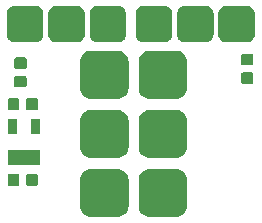
<source format=gbr>
G04 #@! TF.GenerationSoftware,KiCad,Pcbnew,5.1.4*
G04 #@! TF.CreationDate,2019-08-27T15:34:22-04:00*
G04 #@! TF.ProjectId,siot-node-temp,73696f74-2d6e-46f6-9465-2d74656d702e,rev?*
G04 #@! TF.SameCoordinates,Original*
G04 #@! TF.FileFunction,Soldermask,Top*
G04 #@! TF.FilePolarity,Negative*
%FSLAX46Y46*%
G04 Gerber Fmt 4.6, Leading zero omitted, Abs format (unit mm)*
G04 Created by KiCad (PCBNEW 5.1.4) date 2019-08-27 15:34:22*
%MOMM*%
%LPD*%
G04 APERTURE LIST*
%ADD10C,0.100000*%
G04 APERTURE END LIST*
D10*
G36*
X107925752Y-68868097D02*
G01*
X108106295Y-68922864D01*
X108272677Y-69011797D01*
X108418516Y-69131484D01*
X108538203Y-69277323D01*
X108627136Y-69443705D01*
X108681903Y-69624248D01*
X108701000Y-69818140D01*
X108701000Y-71981860D01*
X108681903Y-72175752D01*
X108627136Y-72356295D01*
X108538203Y-72522677D01*
X108418516Y-72668516D01*
X108272677Y-72788203D01*
X108106295Y-72877136D01*
X107925752Y-72931903D01*
X107731860Y-72951000D01*
X105568140Y-72951000D01*
X105374248Y-72931903D01*
X105193705Y-72877136D01*
X105027323Y-72788203D01*
X104881484Y-72668516D01*
X104761797Y-72522677D01*
X104672864Y-72356295D01*
X104618097Y-72175752D01*
X104599000Y-71981860D01*
X104599000Y-69818140D01*
X104618097Y-69624248D01*
X104672864Y-69443705D01*
X104761797Y-69277323D01*
X104881484Y-69131484D01*
X105027323Y-69011797D01*
X105193705Y-68922864D01*
X105374248Y-68868097D01*
X105568140Y-68849000D01*
X107731860Y-68849000D01*
X107925752Y-68868097D01*
X107925752Y-68868097D01*
G37*
G36*
X102975752Y-68868097D02*
G01*
X103156295Y-68922864D01*
X103322677Y-69011797D01*
X103468516Y-69131484D01*
X103588203Y-69277323D01*
X103677136Y-69443705D01*
X103731903Y-69624248D01*
X103751000Y-69818140D01*
X103751000Y-71981860D01*
X103731903Y-72175752D01*
X103677136Y-72356295D01*
X103588203Y-72522677D01*
X103468516Y-72668516D01*
X103322677Y-72788203D01*
X103156295Y-72877136D01*
X102975752Y-72931903D01*
X102781860Y-72951000D01*
X100618140Y-72951000D01*
X100424248Y-72931903D01*
X100243705Y-72877136D01*
X100077323Y-72788203D01*
X99931484Y-72668516D01*
X99811797Y-72522677D01*
X99722864Y-72356295D01*
X99668097Y-72175752D01*
X99649000Y-71981860D01*
X99649000Y-69818140D01*
X99668097Y-69624248D01*
X99722864Y-69443705D01*
X99811797Y-69277323D01*
X99931484Y-69131484D01*
X100077323Y-69011797D01*
X100243705Y-68922864D01*
X100424248Y-68868097D01*
X100618140Y-68849000D01*
X102781860Y-68849000D01*
X102975752Y-68868097D01*
X102975752Y-68868097D01*
G37*
G36*
X94354591Y-69278085D02*
G01*
X94388569Y-69288393D01*
X94419890Y-69305134D01*
X94447339Y-69327661D01*
X94469866Y-69355110D01*
X94486607Y-69386431D01*
X94496915Y-69420409D01*
X94501000Y-69461890D01*
X94501000Y-70138110D01*
X94496915Y-70179591D01*
X94486607Y-70213569D01*
X94469866Y-70244890D01*
X94447339Y-70272339D01*
X94419890Y-70294866D01*
X94388569Y-70311607D01*
X94354591Y-70321915D01*
X94313110Y-70326000D01*
X93711890Y-70326000D01*
X93670409Y-70321915D01*
X93636431Y-70311607D01*
X93605110Y-70294866D01*
X93577661Y-70272339D01*
X93555134Y-70244890D01*
X93538393Y-70213569D01*
X93528085Y-70179591D01*
X93524000Y-70138110D01*
X93524000Y-69461890D01*
X93528085Y-69420409D01*
X93538393Y-69386431D01*
X93555134Y-69355110D01*
X93577661Y-69327661D01*
X93605110Y-69305134D01*
X93636431Y-69288393D01*
X93670409Y-69278085D01*
X93711890Y-69274000D01*
X94313110Y-69274000D01*
X94354591Y-69278085D01*
X94354591Y-69278085D01*
G37*
G36*
X95929591Y-69278085D02*
G01*
X95963569Y-69288393D01*
X95994890Y-69305134D01*
X96022339Y-69327661D01*
X96044866Y-69355110D01*
X96061607Y-69386431D01*
X96071915Y-69420409D01*
X96076000Y-69461890D01*
X96076000Y-70138110D01*
X96071915Y-70179591D01*
X96061607Y-70213569D01*
X96044866Y-70244890D01*
X96022339Y-70272339D01*
X95994890Y-70294866D01*
X95963569Y-70311607D01*
X95929591Y-70321915D01*
X95888110Y-70326000D01*
X95286890Y-70326000D01*
X95245409Y-70321915D01*
X95211431Y-70311607D01*
X95180110Y-70294866D01*
X95152661Y-70272339D01*
X95130134Y-70244890D01*
X95113393Y-70213569D01*
X95103085Y-70179591D01*
X95099000Y-70138110D01*
X95099000Y-69461890D01*
X95103085Y-69420409D01*
X95113393Y-69386431D01*
X95130134Y-69355110D01*
X95152661Y-69327661D01*
X95180110Y-69305134D01*
X95211431Y-69288393D01*
X95245409Y-69278085D01*
X95286890Y-69274000D01*
X95888110Y-69274000D01*
X95929591Y-69278085D01*
X95929591Y-69278085D01*
G37*
G36*
X96226000Y-68571000D02*
G01*
X93574000Y-68571000D01*
X93574000Y-67249000D01*
X96226000Y-67249000D01*
X96226000Y-68571000D01*
X96226000Y-68571000D01*
G37*
G36*
X102975752Y-63868097D02*
G01*
X103156295Y-63922864D01*
X103322677Y-64011797D01*
X103468516Y-64131484D01*
X103588203Y-64277323D01*
X103677136Y-64443705D01*
X103731903Y-64624248D01*
X103751000Y-64818140D01*
X103751000Y-66981860D01*
X103731903Y-67175752D01*
X103677136Y-67356295D01*
X103588203Y-67522677D01*
X103468516Y-67668516D01*
X103322677Y-67788203D01*
X103156295Y-67877136D01*
X102975752Y-67931903D01*
X102781860Y-67951000D01*
X100618140Y-67951000D01*
X100424248Y-67931903D01*
X100243705Y-67877136D01*
X100077323Y-67788203D01*
X99931484Y-67668516D01*
X99811797Y-67522677D01*
X99722864Y-67356295D01*
X99668097Y-67175752D01*
X99649000Y-66981860D01*
X99649000Y-64818140D01*
X99668097Y-64624248D01*
X99722864Y-64443705D01*
X99811797Y-64277323D01*
X99931484Y-64131484D01*
X100077323Y-64011797D01*
X100243705Y-63922864D01*
X100424248Y-63868097D01*
X100618140Y-63849000D01*
X102781860Y-63849000D01*
X102975752Y-63868097D01*
X102975752Y-63868097D01*
G37*
G36*
X107925752Y-63868097D02*
G01*
X108106295Y-63922864D01*
X108272677Y-64011797D01*
X108418516Y-64131484D01*
X108538203Y-64277323D01*
X108627136Y-64443705D01*
X108681903Y-64624248D01*
X108701000Y-64818140D01*
X108701000Y-66981860D01*
X108681903Y-67175752D01*
X108627136Y-67356295D01*
X108538203Y-67522677D01*
X108418516Y-67668516D01*
X108272677Y-67788203D01*
X108106295Y-67877136D01*
X107925752Y-67931903D01*
X107731860Y-67951000D01*
X105568140Y-67951000D01*
X105374248Y-67931903D01*
X105193705Y-67877136D01*
X105027323Y-67788203D01*
X104881484Y-67668516D01*
X104761797Y-67522677D01*
X104672864Y-67356295D01*
X104618097Y-67175752D01*
X104599000Y-66981860D01*
X104599000Y-64818140D01*
X104618097Y-64624248D01*
X104672864Y-64443705D01*
X104761797Y-64277323D01*
X104881484Y-64131484D01*
X105027323Y-64011797D01*
X105193705Y-63922864D01*
X105374248Y-63868097D01*
X105568140Y-63849000D01*
X107731860Y-63849000D01*
X107925752Y-63868097D01*
X107925752Y-63868097D01*
G37*
G36*
X96226000Y-65951000D02*
G01*
X95474000Y-65951000D01*
X95474000Y-64629000D01*
X96226000Y-64629000D01*
X96226000Y-65951000D01*
X96226000Y-65951000D01*
G37*
G36*
X94326000Y-65951000D02*
G01*
X93574000Y-65951000D01*
X93574000Y-64629000D01*
X94326000Y-64629000D01*
X94326000Y-65951000D01*
X94326000Y-65951000D01*
G37*
G36*
X95929591Y-62878085D02*
G01*
X95963569Y-62888393D01*
X95994890Y-62905134D01*
X96022339Y-62927661D01*
X96044866Y-62955110D01*
X96061607Y-62986431D01*
X96071915Y-63020409D01*
X96076000Y-63061890D01*
X96076000Y-63738110D01*
X96071915Y-63779591D01*
X96061607Y-63813569D01*
X96044866Y-63844890D01*
X96022339Y-63872339D01*
X95994890Y-63894866D01*
X95963569Y-63911607D01*
X95929591Y-63921915D01*
X95888110Y-63926000D01*
X95286890Y-63926000D01*
X95245409Y-63921915D01*
X95211431Y-63911607D01*
X95180110Y-63894866D01*
X95152661Y-63872339D01*
X95130134Y-63844890D01*
X95113393Y-63813569D01*
X95103085Y-63779591D01*
X95099000Y-63738110D01*
X95099000Y-63061890D01*
X95103085Y-63020409D01*
X95113393Y-62986431D01*
X95130134Y-62955110D01*
X95152661Y-62927661D01*
X95180110Y-62905134D01*
X95211431Y-62888393D01*
X95245409Y-62878085D01*
X95286890Y-62874000D01*
X95888110Y-62874000D01*
X95929591Y-62878085D01*
X95929591Y-62878085D01*
G37*
G36*
X94354591Y-62878085D02*
G01*
X94388569Y-62888393D01*
X94419890Y-62905134D01*
X94447339Y-62927661D01*
X94469866Y-62955110D01*
X94486607Y-62986431D01*
X94496915Y-63020409D01*
X94501000Y-63061890D01*
X94501000Y-63738110D01*
X94496915Y-63779591D01*
X94486607Y-63813569D01*
X94469866Y-63844890D01*
X94447339Y-63872339D01*
X94419890Y-63894866D01*
X94388569Y-63911607D01*
X94354591Y-63921915D01*
X94313110Y-63926000D01*
X93711890Y-63926000D01*
X93670409Y-63921915D01*
X93636431Y-63911607D01*
X93605110Y-63894866D01*
X93577661Y-63872339D01*
X93555134Y-63844890D01*
X93538393Y-63813569D01*
X93528085Y-63779591D01*
X93524000Y-63738110D01*
X93524000Y-63061890D01*
X93528085Y-63020409D01*
X93538393Y-62986431D01*
X93555134Y-62955110D01*
X93577661Y-62927661D01*
X93605110Y-62905134D01*
X93636431Y-62888393D01*
X93670409Y-62878085D01*
X93711890Y-62874000D01*
X94313110Y-62874000D01*
X94354591Y-62878085D01*
X94354591Y-62878085D01*
G37*
G36*
X102975752Y-58868097D02*
G01*
X103156295Y-58922864D01*
X103322677Y-59011797D01*
X103468516Y-59131484D01*
X103588203Y-59277323D01*
X103677136Y-59443705D01*
X103731903Y-59624248D01*
X103751000Y-59818140D01*
X103751000Y-61981860D01*
X103731903Y-62175752D01*
X103677136Y-62356295D01*
X103588203Y-62522677D01*
X103468516Y-62668516D01*
X103322677Y-62788203D01*
X103156295Y-62877136D01*
X102975752Y-62931903D01*
X102781860Y-62951000D01*
X100618140Y-62951000D01*
X100424248Y-62931903D01*
X100243705Y-62877136D01*
X100077323Y-62788203D01*
X99931484Y-62668516D01*
X99811797Y-62522677D01*
X99722864Y-62356295D01*
X99668097Y-62175752D01*
X99649000Y-61981860D01*
X99649000Y-59818140D01*
X99668097Y-59624248D01*
X99722864Y-59443705D01*
X99811797Y-59277323D01*
X99931484Y-59131484D01*
X100077323Y-59011797D01*
X100243705Y-58922864D01*
X100424248Y-58868097D01*
X100618140Y-58849000D01*
X102781860Y-58849000D01*
X102975752Y-58868097D01*
X102975752Y-58868097D01*
G37*
G36*
X107925752Y-58868097D02*
G01*
X108106295Y-58922864D01*
X108272677Y-59011797D01*
X108418516Y-59131484D01*
X108538203Y-59277323D01*
X108627136Y-59443705D01*
X108681903Y-59624248D01*
X108701000Y-59818140D01*
X108701000Y-61981860D01*
X108681903Y-62175752D01*
X108627136Y-62356295D01*
X108538203Y-62522677D01*
X108418516Y-62668516D01*
X108272677Y-62788203D01*
X108106295Y-62877136D01*
X107925752Y-62931903D01*
X107731860Y-62951000D01*
X105568140Y-62951000D01*
X105374248Y-62931903D01*
X105193705Y-62877136D01*
X105027323Y-62788203D01*
X104881484Y-62668516D01*
X104761797Y-62522677D01*
X104672864Y-62356295D01*
X104618097Y-62175752D01*
X104599000Y-61981860D01*
X104599000Y-59818140D01*
X104618097Y-59624248D01*
X104672864Y-59443705D01*
X104761797Y-59277323D01*
X104881484Y-59131484D01*
X105027323Y-59011797D01*
X105193705Y-58922864D01*
X105374248Y-58868097D01*
X105568140Y-58849000D01*
X107731860Y-58849000D01*
X107925752Y-58868097D01*
X107925752Y-58868097D01*
G37*
G36*
X94979591Y-61003085D02*
G01*
X95013569Y-61013393D01*
X95044890Y-61030134D01*
X95072339Y-61052661D01*
X95094866Y-61080110D01*
X95111607Y-61111431D01*
X95121915Y-61145409D01*
X95126000Y-61186890D01*
X95126000Y-61788110D01*
X95121915Y-61829591D01*
X95111607Y-61863569D01*
X95094866Y-61894890D01*
X95072339Y-61922339D01*
X95044890Y-61944866D01*
X95013569Y-61961607D01*
X94979591Y-61971915D01*
X94938110Y-61976000D01*
X94261890Y-61976000D01*
X94220409Y-61971915D01*
X94186431Y-61961607D01*
X94155110Y-61944866D01*
X94127661Y-61922339D01*
X94105134Y-61894890D01*
X94088393Y-61863569D01*
X94078085Y-61829591D01*
X94074000Y-61788110D01*
X94074000Y-61186890D01*
X94078085Y-61145409D01*
X94088393Y-61111431D01*
X94105134Y-61080110D01*
X94127661Y-61052661D01*
X94155110Y-61030134D01*
X94186431Y-61013393D01*
X94220409Y-61003085D01*
X94261890Y-60999000D01*
X94938110Y-60999000D01*
X94979591Y-61003085D01*
X94979591Y-61003085D01*
G37*
G36*
X114179591Y-60703085D02*
G01*
X114213569Y-60713393D01*
X114244890Y-60730134D01*
X114272339Y-60752661D01*
X114294866Y-60780110D01*
X114311607Y-60811431D01*
X114321915Y-60845409D01*
X114326000Y-60886890D01*
X114326000Y-61488110D01*
X114321915Y-61529591D01*
X114311607Y-61563569D01*
X114294866Y-61594890D01*
X114272339Y-61622339D01*
X114244890Y-61644866D01*
X114213569Y-61661607D01*
X114179591Y-61671915D01*
X114138110Y-61676000D01*
X113461890Y-61676000D01*
X113420409Y-61671915D01*
X113386431Y-61661607D01*
X113355110Y-61644866D01*
X113327661Y-61622339D01*
X113305134Y-61594890D01*
X113288393Y-61563569D01*
X113278085Y-61529591D01*
X113274000Y-61488110D01*
X113274000Y-60886890D01*
X113278085Y-60845409D01*
X113288393Y-60811431D01*
X113305134Y-60780110D01*
X113327661Y-60752661D01*
X113355110Y-60730134D01*
X113386431Y-60713393D01*
X113420409Y-60703085D01*
X113461890Y-60699000D01*
X114138110Y-60699000D01*
X114179591Y-60703085D01*
X114179591Y-60703085D01*
G37*
G36*
X94979591Y-59428085D02*
G01*
X95013569Y-59438393D01*
X95044890Y-59455134D01*
X95072339Y-59477661D01*
X95094866Y-59505110D01*
X95111607Y-59536431D01*
X95121915Y-59570409D01*
X95126000Y-59611890D01*
X95126000Y-60213110D01*
X95121915Y-60254591D01*
X95111607Y-60288569D01*
X95094866Y-60319890D01*
X95072339Y-60347339D01*
X95044890Y-60369866D01*
X95013569Y-60386607D01*
X94979591Y-60396915D01*
X94938110Y-60401000D01*
X94261890Y-60401000D01*
X94220409Y-60396915D01*
X94186431Y-60386607D01*
X94155110Y-60369866D01*
X94127661Y-60347339D01*
X94105134Y-60319890D01*
X94088393Y-60288569D01*
X94078085Y-60254591D01*
X94074000Y-60213110D01*
X94074000Y-59611890D01*
X94078085Y-59570409D01*
X94088393Y-59536431D01*
X94105134Y-59505110D01*
X94127661Y-59477661D01*
X94155110Y-59455134D01*
X94186431Y-59438393D01*
X94220409Y-59428085D01*
X94261890Y-59424000D01*
X94938110Y-59424000D01*
X94979591Y-59428085D01*
X94979591Y-59428085D01*
G37*
G36*
X114179591Y-59128085D02*
G01*
X114213569Y-59138393D01*
X114244890Y-59155134D01*
X114272339Y-59177661D01*
X114294866Y-59205110D01*
X114311607Y-59236431D01*
X114321915Y-59270409D01*
X114326000Y-59311890D01*
X114326000Y-59913110D01*
X114321915Y-59954591D01*
X114311607Y-59988569D01*
X114294866Y-60019890D01*
X114272339Y-60047339D01*
X114244890Y-60069866D01*
X114213569Y-60086607D01*
X114179591Y-60096915D01*
X114138110Y-60101000D01*
X113461890Y-60101000D01*
X113420409Y-60096915D01*
X113386431Y-60086607D01*
X113355110Y-60069866D01*
X113327661Y-60047339D01*
X113305134Y-60019890D01*
X113288393Y-59988569D01*
X113278085Y-59954591D01*
X113274000Y-59913110D01*
X113274000Y-59311890D01*
X113278085Y-59270409D01*
X113288393Y-59236431D01*
X113305134Y-59205110D01*
X113327661Y-59177661D01*
X113355110Y-59155134D01*
X113386431Y-59138393D01*
X113420409Y-59128085D01*
X113461890Y-59124000D01*
X114138110Y-59124000D01*
X114179591Y-59128085D01*
X114179591Y-59128085D01*
G37*
G36*
X106876979Y-55063293D02*
G01*
X107010625Y-55103834D01*
X107133784Y-55169664D01*
X107241740Y-55258260D01*
X107330336Y-55366216D01*
X107396166Y-55489375D01*
X107436707Y-55623021D01*
X107451000Y-55768140D01*
X107451000Y-57431860D01*
X107436707Y-57576979D01*
X107396166Y-57710625D01*
X107330336Y-57833784D01*
X107241740Y-57941740D01*
X107133784Y-58030336D01*
X107010625Y-58096166D01*
X106876979Y-58136707D01*
X106731860Y-58151000D01*
X105068140Y-58151000D01*
X104923021Y-58136707D01*
X104789375Y-58096166D01*
X104666216Y-58030336D01*
X104558260Y-57941740D01*
X104469664Y-57833784D01*
X104403834Y-57710625D01*
X104363293Y-57576979D01*
X104349000Y-57431860D01*
X104349000Y-55768140D01*
X104363293Y-55623021D01*
X104403834Y-55489375D01*
X104469664Y-55366216D01*
X104558260Y-55258260D01*
X104666216Y-55169664D01*
X104789375Y-55103834D01*
X104923021Y-55063293D01*
X105068140Y-55049000D01*
X106731860Y-55049000D01*
X106876979Y-55063293D01*
X106876979Y-55063293D01*
G37*
G36*
X113876979Y-55063293D02*
G01*
X114010625Y-55103834D01*
X114133784Y-55169664D01*
X114241740Y-55258260D01*
X114330336Y-55366216D01*
X114396166Y-55489375D01*
X114436707Y-55623021D01*
X114451000Y-55768140D01*
X114451000Y-57431860D01*
X114436707Y-57576979D01*
X114396166Y-57710625D01*
X114330336Y-57833784D01*
X114241740Y-57941740D01*
X114133784Y-58030336D01*
X114010625Y-58096166D01*
X113876979Y-58136707D01*
X113731860Y-58151000D01*
X112068140Y-58151000D01*
X111923021Y-58136707D01*
X111789375Y-58096166D01*
X111666216Y-58030336D01*
X111558260Y-57941740D01*
X111469664Y-57833784D01*
X111403834Y-57710625D01*
X111363293Y-57576979D01*
X111349000Y-57431860D01*
X111349000Y-55768140D01*
X111363293Y-55623021D01*
X111403834Y-55489375D01*
X111469664Y-55366216D01*
X111558260Y-55258260D01*
X111666216Y-55169664D01*
X111789375Y-55103834D01*
X111923021Y-55063293D01*
X112068140Y-55049000D01*
X113731860Y-55049000D01*
X113876979Y-55063293D01*
X113876979Y-55063293D01*
G37*
G36*
X110376979Y-55063293D02*
G01*
X110510625Y-55103834D01*
X110633784Y-55169664D01*
X110741740Y-55258260D01*
X110830336Y-55366216D01*
X110896166Y-55489375D01*
X110936707Y-55623021D01*
X110951000Y-55768140D01*
X110951000Y-57431860D01*
X110936707Y-57576979D01*
X110896166Y-57710625D01*
X110830336Y-57833784D01*
X110741740Y-57941740D01*
X110633784Y-58030336D01*
X110510625Y-58096166D01*
X110376979Y-58136707D01*
X110231860Y-58151000D01*
X108568140Y-58151000D01*
X108423021Y-58136707D01*
X108289375Y-58096166D01*
X108166216Y-58030336D01*
X108058260Y-57941740D01*
X107969664Y-57833784D01*
X107903834Y-57710625D01*
X107863293Y-57576979D01*
X107849000Y-57431860D01*
X107849000Y-55768140D01*
X107863293Y-55623021D01*
X107903834Y-55489375D01*
X107969664Y-55366216D01*
X108058260Y-55258260D01*
X108166216Y-55169664D01*
X108289375Y-55103834D01*
X108423021Y-55063293D01*
X108568140Y-55049000D01*
X110231860Y-55049000D01*
X110376979Y-55063293D01*
X110376979Y-55063293D01*
G37*
G36*
X95976979Y-55063293D02*
G01*
X96110625Y-55103834D01*
X96233784Y-55169664D01*
X96341740Y-55258260D01*
X96430336Y-55366216D01*
X96496166Y-55489375D01*
X96536707Y-55623021D01*
X96551000Y-55768140D01*
X96551000Y-57431860D01*
X96536707Y-57576979D01*
X96496166Y-57710625D01*
X96430336Y-57833784D01*
X96341740Y-57941740D01*
X96233784Y-58030336D01*
X96110625Y-58096166D01*
X95976979Y-58136707D01*
X95831860Y-58151000D01*
X94168140Y-58151000D01*
X94023021Y-58136707D01*
X93889375Y-58096166D01*
X93766216Y-58030336D01*
X93658260Y-57941740D01*
X93569664Y-57833784D01*
X93503834Y-57710625D01*
X93463293Y-57576979D01*
X93449000Y-57431860D01*
X93449000Y-55768140D01*
X93463293Y-55623021D01*
X93503834Y-55489375D01*
X93569664Y-55366216D01*
X93658260Y-55258260D01*
X93766216Y-55169664D01*
X93889375Y-55103834D01*
X94023021Y-55063293D01*
X94168140Y-55049000D01*
X95831860Y-55049000D01*
X95976979Y-55063293D01*
X95976979Y-55063293D01*
G37*
G36*
X99476979Y-55063293D02*
G01*
X99610625Y-55103834D01*
X99733784Y-55169664D01*
X99841740Y-55258260D01*
X99930336Y-55366216D01*
X99996166Y-55489375D01*
X100036707Y-55623021D01*
X100051000Y-55768140D01*
X100051000Y-57431860D01*
X100036707Y-57576979D01*
X99996166Y-57710625D01*
X99930336Y-57833784D01*
X99841740Y-57941740D01*
X99733784Y-58030336D01*
X99610625Y-58096166D01*
X99476979Y-58136707D01*
X99331860Y-58151000D01*
X97668140Y-58151000D01*
X97523021Y-58136707D01*
X97389375Y-58096166D01*
X97266216Y-58030336D01*
X97158260Y-57941740D01*
X97069664Y-57833784D01*
X97003834Y-57710625D01*
X96963293Y-57576979D01*
X96949000Y-57431860D01*
X96949000Y-55768140D01*
X96963293Y-55623021D01*
X97003834Y-55489375D01*
X97069664Y-55366216D01*
X97158260Y-55258260D01*
X97266216Y-55169664D01*
X97389375Y-55103834D01*
X97523021Y-55063293D01*
X97668140Y-55049000D01*
X99331860Y-55049000D01*
X99476979Y-55063293D01*
X99476979Y-55063293D01*
G37*
G36*
X102976979Y-55063293D02*
G01*
X103110625Y-55103834D01*
X103233784Y-55169664D01*
X103341740Y-55258260D01*
X103430336Y-55366216D01*
X103496166Y-55489375D01*
X103536707Y-55623021D01*
X103551000Y-55768140D01*
X103551000Y-57431860D01*
X103536707Y-57576979D01*
X103496166Y-57710625D01*
X103430336Y-57833784D01*
X103341740Y-57941740D01*
X103233784Y-58030336D01*
X103110625Y-58096166D01*
X102976979Y-58136707D01*
X102831860Y-58151000D01*
X101168140Y-58151000D01*
X101023021Y-58136707D01*
X100889375Y-58096166D01*
X100766216Y-58030336D01*
X100658260Y-57941740D01*
X100569664Y-57833784D01*
X100503834Y-57710625D01*
X100463293Y-57576979D01*
X100449000Y-57431860D01*
X100449000Y-55768140D01*
X100463293Y-55623021D01*
X100503834Y-55489375D01*
X100569664Y-55366216D01*
X100658260Y-55258260D01*
X100766216Y-55169664D01*
X100889375Y-55103834D01*
X101023021Y-55063293D01*
X101168140Y-55049000D01*
X102831860Y-55049000D01*
X102976979Y-55063293D01*
X102976979Y-55063293D01*
G37*
M02*

</source>
